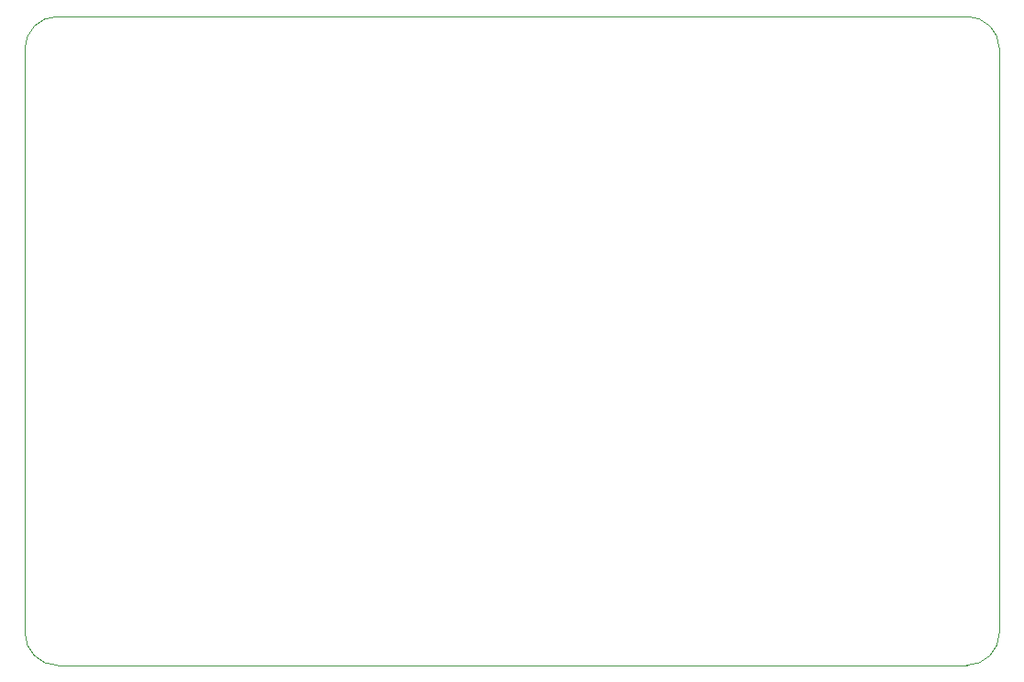
<source format=gm1>
%TF.GenerationSoftware,KiCad,Pcbnew,6.0.8-f2edbf62ab~116~ubuntu20.04.1*%
%TF.CreationDate,2022-10-11T00:42:46-04:00*%
%TF.ProjectId,Linear_PSU_APFC_Pre_Reg,4c696e65-6172-45f5-9053-555f41504643,rev?*%
%TF.SameCoordinates,Original*%
%TF.FileFunction,Profile,NP*%
%FSLAX46Y46*%
G04 Gerber Fmt 4.6, Leading zero omitted, Abs format (unit mm)*
G04 Created by KiCad (PCBNEW 6.0.8-f2edbf62ab~116~ubuntu20.04.1) date 2022-10-11 00:42:46*
%MOMM*%
%LPD*%
G01*
G04 APERTURE LIST*
%TA.AperFunction,Profile*%
%ADD10C,0.100000*%
%TD*%
G04 APERTURE END LIST*
D10*
X152500000Y-45500000D02*
G75*
G03*
X149500000Y-42500000I-3000000J0D01*
G01*
X149500000Y-102500000D02*
G75*
G03*
X152500000Y-99500000I0J3000000D01*
G01*
X62500000Y-99500000D02*
G75*
G03*
X65500000Y-102500000I3000000J0D01*
G01*
X65500000Y-42500000D02*
G75*
G03*
X62500000Y-45500000I0J-3000000D01*
G01*
X65500000Y-42500000D02*
X149500000Y-42500000D01*
X149500000Y-102500000D02*
X65500000Y-102500000D01*
X62500000Y-99500000D02*
X62500000Y-45500000D01*
X152500000Y-45500000D02*
X152500000Y-99500000D01*
M02*

</source>
